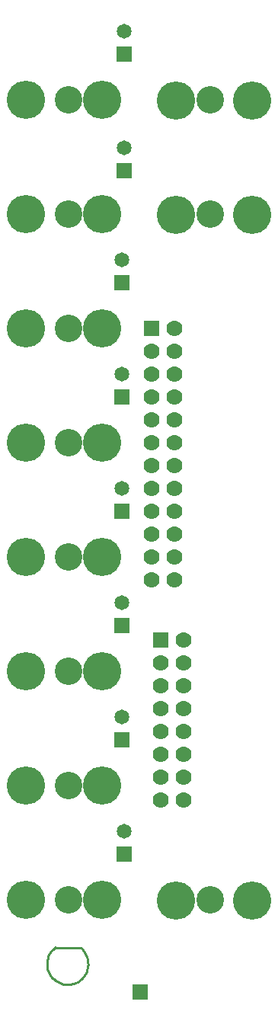
<source format=gbs>
G04 (created by PCBNEW-RS274X (2012-01-19 BZR 3256)-stable) date 12/6/2012 10:52:00 PM*
G01*
G70*
G90*
%MOIN*%
G04 Gerber Fmt 3.4, Leading zero omitted, Abs format*
%FSLAX34Y34*%
G04 APERTURE LIST*
%ADD10C,0.006000*%
%ADD11C,0.010000*%
%ADD12R,0.065000X0.065000*%
%ADD13R,0.070000X0.070000*%
%ADD14C,0.070000*%
%ADD15O,0.167500X0.167500*%
%ADD16C,0.120000*%
%ADD17C,0.065000*%
G04 APERTURE END LIST*
G54D10*
G54D11*
X40763Y-74587D02*
X41913Y-74587D01*
X40811Y-74540D02*
X40748Y-74586D01*
X40689Y-74638D01*
X40635Y-74695D01*
X40586Y-74757D01*
X40542Y-74822D01*
X40504Y-74891D01*
X40473Y-74963D01*
X40448Y-75038D01*
X40429Y-75114D01*
X40418Y-75192D01*
X40413Y-75270D01*
X40415Y-75348D01*
X40423Y-75426D01*
X40439Y-75503D01*
X40461Y-75578D01*
X40490Y-75652D01*
X40525Y-75722D01*
X40566Y-75789D01*
X40612Y-75852D01*
X40664Y-75911D01*
X40721Y-75965D01*
X40783Y-76014D01*
X40848Y-76058D01*
X40917Y-76096D01*
X40989Y-76127D01*
X41064Y-76152D01*
X41140Y-76171D01*
X41218Y-76182D01*
X41296Y-76187D01*
X41374Y-76185D01*
X41452Y-76177D01*
X41529Y-76161D01*
X41604Y-76139D01*
X41678Y-76110D01*
X41748Y-76075D01*
X41815Y-76034D01*
X41878Y-75988D01*
X41937Y-75936D01*
X41991Y-75879D01*
X42040Y-75817D01*
X42084Y-75752D01*
X42122Y-75683D01*
X42153Y-75611D01*
X42178Y-75536D01*
X42197Y-75460D01*
X42208Y-75382D01*
X42213Y-75304D01*
X42211Y-75226D01*
X42203Y-75148D01*
X42187Y-75071D01*
X42165Y-74996D01*
X42136Y-74922D01*
X42101Y-74852D01*
X42060Y-74785D01*
X42014Y-74722D01*
X41962Y-74663D01*
G54D12*
X44500Y-76525D03*
G54D13*
X45400Y-61125D03*
G54D14*
X46400Y-61125D03*
X45400Y-62125D03*
X46400Y-62125D03*
X45400Y-63125D03*
X46400Y-63125D03*
X45400Y-64125D03*
X46400Y-64125D03*
X45400Y-65125D03*
X46400Y-65125D03*
X45400Y-66125D03*
X46400Y-66125D03*
X45400Y-67125D03*
X46400Y-67125D03*
X45400Y-68125D03*
X46400Y-68125D03*
G54D13*
X45000Y-47500D03*
G54D14*
X46000Y-47500D03*
X45000Y-48500D03*
X46000Y-48500D03*
X45000Y-49500D03*
X46000Y-49500D03*
X45000Y-50500D03*
X46000Y-50500D03*
X45000Y-51500D03*
X46000Y-51500D03*
X45000Y-52500D03*
X46000Y-52500D03*
X45000Y-53500D03*
X46000Y-53500D03*
X45000Y-54500D03*
X46000Y-54500D03*
X45000Y-55500D03*
X46000Y-55500D03*
X45000Y-56500D03*
X46000Y-56500D03*
X45000Y-57500D03*
X46000Y-57500D03*
X45000Y-58500D03*
X46000Y-58500D03*
G54D15*
X49410Y-42520D03*
X46060Y-42520D03*
G54D16*
X47550Y-42500D03*
G54D15*
X39490Y-72480D03*
X42840Y-72480D03*
G54D16*
X41350Y-72500D03*
G54D15*
X39490Y-67480D03*
X42840Y-67480D03*
G54D16*
X41350Y-67500D03*
G54D15*
X39490Y-42480D03*
X42840Y-42480D03*
G54D16*
X41350Y-42500D03*
G54D15*
X49410Y-72520D03*
X46060Y-72520D03*
G54D16*
X47550Y-72500D03*
G54D15*
X49410Y-37520D03*
X46060Y-37520D03*
G54D16*
X47550Y-37500D03*
G54D15*
X39490Y-57480D03*
X42840Y-57480D03*
G54D16*
X41350Y-57500D03*
G54D15*
X39490Y-52480D03*
X42840Y-52480D03*
G54D16*
X41350Y-52500D03*
G54D15*
X39490Y-37480D03*
X42840Y-37480D03*
G54D16*
X41350Y-37500D03*
G54D15*
X39490Y-47480D03*
X42840Y-47480D03*
G54D16*
X41350Y-47500D03*
G54D15*
X39490Y-62480D03*
X42840Y-62480D03*
G54D16*
X41350Y-62500D03*
G54D12*
X43800Y-35500D03*
G54D17*
X43800Y-34500D03*
G54D12*
X43800Y-40600D03*
G54D17*
X43800Y-39600D03*
G54D12*
X43700Y-50500D03*
G54D17*
X43700Y-49500D03*
G54D12*
X43700Y-45500D03*
G54D17*
X43700Y-44500D03*
G54D12*
X43700Y-65500D03*
G54D17*
X43700Y-64500D03*
G54D12*
X43800Y-70500D03*
G54D17*
X43800Y-69500D03*
G54D12*
X43700Y-60500D03*
G54D17*
X43700Y-59500D03*
G54D12*
X43700Y-55500D03*
G54D17*
X43700Y-54500D03*
M02*

</source>
